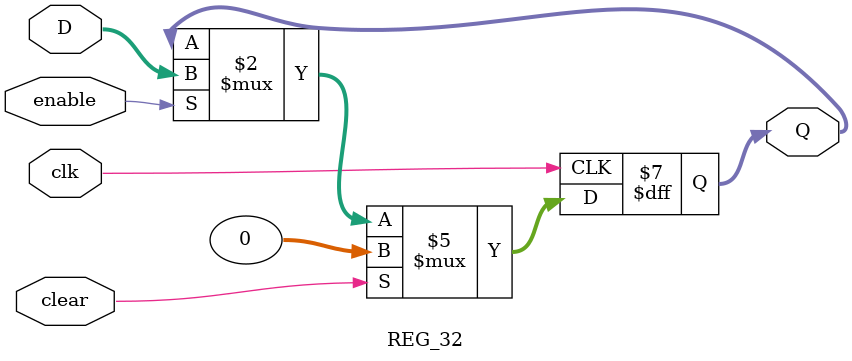
<source format=v>

module REG_32(
    input clk,
    input clear,
    input enable,
    input wire [31:0] D,
    output reg[31:0] Q
);
    always @(posedge clk) begin
		if (clear) begin 
			Q<=0;
		end
		else if (enable) begin
			Q<=D;
		end	
	 end
endmodule



</source>
